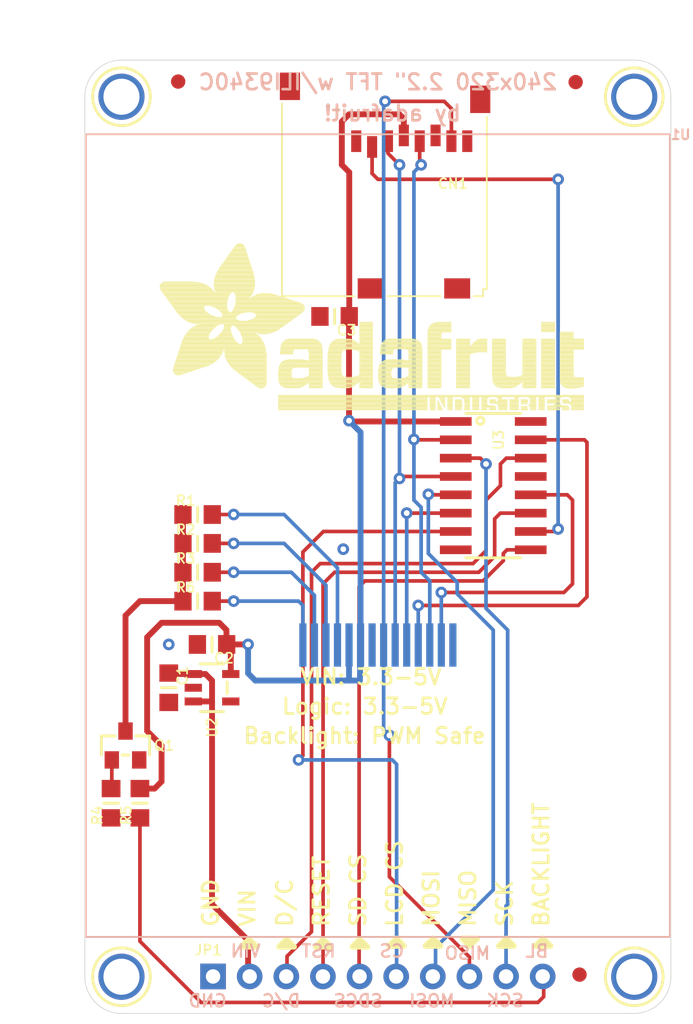
<source format=kicad_pcb>
(kicad_pcb (version 20211014) (generator pcbnew)
  (layers (0 "F.Cu" signal) (31 "B.Cu" signal) (34 "B.Paste" user) (35 "F.Paste" user) (36 "B.SilkS" user "B.Silkscreen") (37 "F.SilkS" user "F.Silkscreen") (38 "B.Mask" user) (39 "F.Mask" user) (44 "Edge.Cuts" user))
  (net 0 "")
  (net 1 "N$1")
  (net 2 "N$2")
  (net 3 "N$3")
  (net 4 "GND")
  (net 5 "3.3V")
  (net 6 "VIN")
  (net 7 "RESET_3V")
  (net 8 "SCLK_3V")
  (net 9 "MOSI_3V")
  (net 10 "LCDCS_3V")
  (net 11 "MISO")
  (net 12 "SDCS_3V")
  (net 13 "SCLK_5V")
  (net 14 "MOSI_5V")
  (net 15 "LCDCS_5V")
  (net 16 "SDCS_5V")
  (net 17 "RESET_5V")
  (net 18 "LEDK")
  (net 19 "BACKLIGHT")
  (net 20 "N$4")
  (net 21 "DC_5V")
  (net 22 "DC_3V")
  (net 23 "N$5")
  (footprint "boardEagle:_0805MP" (layer "F.Cu") (at 136.0011 105.4636)
    (fp_text reference "R2" (at -1.5875 -0.9525) (layer "F.SilkS") (effects (font (size 0.692831 0.692831) (thickness 0.119969)) (justify left)))
    (fp_text value "10")
    (pad "1" smd rect (at -1.016 0) (size 1.2 1.3) (layers "F.Cu" "F.Paste" "F.Mask") (net 18 "LEDK"))
    (pad "2" smd rect (at 1.016 0) (size 1.2 1.3) (layers "F.Cu" "F.Paste" "F.Mask") (net 2 "N$2"))
  )
  (footprint "boardEagle:SOIC16" (layer "F.Cu") (at 156.5011 101.4636 -90)
    (fp_text reference "U3" (at -3.937 -0.381 90) (layer "F.SilkS") (effects (font (size 0.692831 0.692831) (thickness 0.119969)) (justify right)))
    (fp_text value "74HC4050D")
    (pad "1" smd rect (at -4.445 2.6 270) (size 0.6 2.2) (layers "F.Cu" "F.Paste" "F.Mask") (net 5 "3.3V"))
    (pad "2" smd rect (at -3.175 2.6 270) (size 0.6 2.2) (layers "F.Cu" "F.Paste" "F.Mask") (net 8 "SCLK_3V"))
    (pad "3" smd rect (at -1.905 2.6 270) (size 0.6 2.2) (layers "F.Cu" "F.Paste" "F.Mask") (net 13 "SCLK_5V"))
    (pad "4" smd rect (at -0.635 2.6 270) (size 0.6 2.2) (layers "F.Cu" "F.Paste" "F.Mask") (net 9 "MOSI_3V"))
    (pad "5" smd rect (at 0.635 2.6 270) (size 0.6 2.2) (layers "F.Cu" "F.Paste" "F.Mask") (net 14 "MOSI_5V"))
    (pad "6" smd rect (at 1.905 2.6 270) (size 0.6 2.2) (layers "F.Cu" "F.Paste" "F.Mask") (net 10 "LCDCS_3V"))
    (pad "7" smd rect (at 3.175 2.6 270) (size 0.6 2.2) (layers "F.Cu" "F.Paste" "F.Mask") (net 15 "LCDCS_5V"))
    (pad "8" smd rect (at 4.445 2.6 270) (size 0.6 2.2) (layers "F.Cu" "F.Paste" "F.Mask") (net 4 "GND"))
    (pad "9" smd rect (at 4.445 -2.6 270) (size 0.6 2.2) (layers "F.Cu" "F.Paste" "F.Mask") (net 16 "SDCS_5V"))
    (pad "10" smd rect (at 3.175 -2.6 270) (size 0.6 2.2) (layers "F.Cu" "F.Paste" "F.Mask") (net 12 "SDCS_3V"))
    (pad "11" smd rect (at 1.905 -2.6 270) (size 0.6 2.2) (layers "F.Cu" "F.Paste" "F.Mask") (net 17 "RESET_5V"))
    (pad "12" smd rect (at 0.635 -2.6 270) (size 0.6 2.2) (layers "F.Cu" "F.Paste" "F.Mask") (net 7 "RESET_3V"))
    (pad "13" smd rect (at -0.635 -2.6 270) (size 0.6 2.2) (layers "F.Cu" "F.Paste" "F.Mask"))
    (pad "14" smd rect (at -1.905 -2.6 270) (size 0.6 2.2) (layers "F.Cu" "F.Paste" "F.Mask") (net 21 "DC_5V"))
    (pad "15" smd rect (at -3.175 -2.6 270) (size 0.6 2.2) (layers "F.Cu" "F.Paste" "F.Mask") (net 22 "DC_3V"))
    (pad "16" smd rect (at -4.445 -2.6 270) (size 0.6 2.2) (layers "F.Cu" "F.Paste" "F.Mask"))
  )
  (footprint "boardEagle:_0805MP" (layer "F.Cu") (at 136.0011 107.4636)
    (fp_text reference "R3" (at -1.5875 -0.9525) (layer "F.SilkS") (effects (font (size 0.692831 0.692831) (thickness 0.119969)) (justify left)))
    (fp_text value "10")
    (pad "1" smd rect (at -1.016 0) (size 1.2 1.3) (layers "F.Cu" "F.Paste" "F.Mask") (net 18 "LEDK"))
    (pad "2" smd rect (at 1.016 0) (size 1.2 1.3) (layers "F.Cu" "F.Paste" "F.Mask") (net 3 "N$3"))
  )
  (footprint "boardEagle:MOUNTINGHOLE_2.5_PLATED" (layer "F.Cu") (at 130.7211 135.4836)
    (fp_text reference "U$2" hide)
    (fp_text value "MOUNTINGHOLE2.5" hide)
    (pad "P$1" thru_hole circle (at 0 0) (size 3.2 3.2) (drill 2.5) (layers *.Cu *.Mask))
  )
  (footprint "boardEagle:SOT23-WIDE" (layer "F.Cu") (at 131.0011 119.4636)
    (fp_text reference "Q1" (at 1.905 0) (layer "F.SilkS") (effects (font (size 0.692831 0.692831) (thickness 0.119969)) (justify left)))
    (fp_text value "2N2222")
    (pad "1" smd rect (at -0.95 1) (size 1 1.2) (layers "F.Cu" "F.Paste" "F.Mask") (net 20 "N$4"))
    (pad "2" smd rect (at 0.95 1) (size 1 1.2) (layers "F.Cu" "F.Paste" "F.Mask") (net 4 "GND"))
    (pad "3" smd rect (at 0 -1) (size 1 1.2) (layers "F.Cu" "F.Paste" "F.Mask") (net 18 "LEDK"))
  )
  (footprint "boardEagle:FIDUCIAL_1MM" (layer "F.Cu") (at 134.6521 73.4716)
    (fp_text reference "FID2" hide)
    (fp_text value "FIDUCIAL\"\"" hide)
    (pad "1" smd roundrect (at 0 0) (size 1 1) (layers "F.Cu" "F.Mask") (roundrect_rratio 0.5))
  )
  (footprint "boardEagle:_0805MP" (layer "F.Cu") (at 145.5011 89.7416 180)
    (fp_text reference "C3" (at -1.5875 -0.9525) (layer "F.SilkS") (effects (font (size 0.692831 0.692831) (thickness 0.119969)) (justify right)))
    (fp_text value "10uF")
    (pad "1" smd rect (at -1.016 0 180) (size 1.2 1.3) (layers "F.Cu" "F.Paste" "F.Mask") (net 5 "3.3V"))
    (pad "2" smd rect (at 1.016 0 180) (size 1.2 1.3) (layers "F.Cu" "F.Paste" "F.Mask") (net 4 "GND"))
  )
  (footprint "boardEagle:MICROSD" (layer "F.Cu") (at 156.0011 88.2416 180)
    (fp_text reference "CN1" (at 1.18 7.69) (layer "F.SilkS") (effects (font (size 0.692831 0.692831) (thickness 0.119969)) (justify right)))
    (fp_text value "")
    (pad "1" smd rect (at 9 10.64 180) (size 0.7 1.5) (layers "F.Cu" "F.Paste" "F.Mask"))
    (pad "2" smd rect (at 7.9 10.24 180) (size 0.7 1.5) (layers "F.Cu" "F.Paste" "F.Mask") (net 12 "SDCS_3V"))
    (pad "3" smd rect (at 6.8 10.64 180) (size 0.7 1.5) (layers "F.Cu" "F.Paste" "F.Mask") (net 9 "MOSI_3V"))
    (pad "4" smd rect (at 5.7 11.04 180) (size 0.7 1.5) (layers "F.Cu" "F.Paste" "F.Mask") (net 5 "3.3V"))
    (pad "5" smd rect (at 4.6 10.64 180) (size 0.7 1.5) (layers "F.Cu" "F.Paste" "F.Mask") (net 8 "SCLK_3V"))
    (pad "6" smd rect (at 3.5 11.04 180) (size 0.7 1.5) (layers "F.Cu" "F.Paste" "F.Mask") (net 4 "GND"))
    (pad "7" smd rect (at 2.4 10.64 180) (size 0.7 1.5) (layers "F.Cu" "F.Paste" "F.Mask") (net 11 "MISO"))
    (pad "8" smd rect (at 1.3 10.64 180) (size 0.7 1.5) (layers "F.Cu" "F.Paste" "F.Mask"))
    (pad "CD1" smd rect (at 2 0.44 270) (size 1.4 1.8) (layers "F.Cu" "F.Paste" "F.Mask"))
    (pad "CD2" smd rect (at 8 0.44 270) (size 1.4 1.8) (layers "F.Cu" "F.Paste" "F.Mask"))
    (pad "MT1" smd rect (at 0.4 13.54 180) (size 1.4 1.9) (layers "F.Cu" "F.Paste" "F.Mask") (net 4 "GND"))
    (pad "MT2" smd rect (at 13.6 14.44 180) (size 1.4 1.9) (layers "F.Cu" "F.Paste" "F.Mask") (net 4 "GND"))
  )
  (footprint "boardEagle:_0805MP" (layer "F.Cu") (at 136.0011 103.4636)
    (fp_text reference "R1" (at -1.5875 -0.9525) (layer "F.SilkS") (effects (font (size 0.692831 0.692831) (thickness 0.119969)) (justify left)))
    (fp_text value "10")
    (pad "1" smd rect (at -1.016 0) (size 1.2 1.3) (layers "F.Cu" "F.Paste" "F.Mask") (net 18 "LEDK"))
    (pad "2" smd rect (at 1.016 0) (size 1.2 1.3) (layers "F.Cu" "F.Paste" "F.Mask") (net 1 "N$1"))
  )
  (footprint "boardEagle:_0805MP" (layer "F.Cu") (at 132.0011 123.4636 90)
    (fp_text reference "R5" (at -1.5875 -0.9525 90) (layer "F.SilkS") (effects (font (size 0.692831 0.692831) (thickness 0.119969)) (justify left)))
    (fp_text value "10K")
    (pad "1" smd rect (at -1.016 0 90) (size 1.2 1.3) (layers "F.Cu" "F.Paste" "F.Mask") (net 19 "BACKLIGHT"))
    (pad "2" smd rect (at 1.016 0 90) (size 1.2 1.3) (layers "F.Cu" "F.Paste" "F.Mask") (net 5 "3.3V"))
  )
  (footprint "boardEagle:_0805MP" (layer "F.Cu") (at 136.0011 109.4636)
    (fp_text reference "R6" (at -1.5875 -0.9525) (layer "F.SilkS") (effects (font (size 0.692831 0.692831) (thickness 0.119969)) (justify left)))
    (fp_text value "10")
    (pad "1" smd rect (at -1.016 0) (size 1.2 1.3) (layers "F.Cu" "F.Paste" "F.Mask") (net 18 "LEDK"))
    (pad "2" smd rect (at 1.016 0) (size 1.2 1.3) (layers "F.Cu" "F.Paste" "F.Mask") (net 23 "N$5"))
  )
  (footprint "boardEagle:_0805MP" (layer "F.Cu") (at 134.0011 115.4636 -90)
    (fp_text reference "C1" (at -1.5875 -0.9525 90) (layer "F.SilkS") (effects (font (size 0.692831 0.692831) (thickness 0.119969)) (justify right)))
    (fp_text value "10uF")
    (pad "1" smd rect (at -1.016 0 270) (size 1.2 1.3) (layers "F.Cu" "F.Paste" "F.Mask") (net 6 "VIN"))
    (pad "2" smd rect (at 1.016 0 270) (size 1.2 1.3) (layers "F.Cu" "F.Paste" "F.Mask") (net 4 "GND"))
  )
  (footprint "boardEagle:1X10_ROUND70" (layer "F.Cu") (at 148.5011 135.4636)
    (fp_text reference "JP1" (at -12.7762 -1.8288) (layer "F.SilkS") (effects (font (size 0.692831 0.692831) (thickness 0.119969)) (justify left)))
    (fp_text value "")
    (pad "1" thru_hole rect (at -11.43 0 90) (size 1.778 1.778) (drill 1) (layers *.Cu *.Mask) (net 4 "GND"))
    (pad "2" thru_hole circle (at -8.89 0 90) (size 1.778 1.778) (drill 1) (layers *.Cu *.Mask) (net 6 "VIN"))
    (pad "3" thru_hole circle (at -6.35 0 90) (size 1.778 1.778) (drill 1) (layers *.Cu *.Mask) (net 21 "DC_5V"))
    (pad "4" thru_hole circle (at -3.81 0 90) (size 1.778 1.778) (drill 1) (layers *.Cu *.Mask) (net 17 "RESET_5V"))
    (pad "5" thru_hole circle (at -1.27 0 90) (size 1.778 1.778) (drill 1) (layers *.Cu *.Mask) (net 16 "SDCS_5V"))
    (pad "6" thru_hole circle (at 1.27 0 90) (size 1.778 1.778) (drill 1) (layers *.Cu *.Mask) (net 15 "LCDCS_5V"))
    (pad "7" thru_hole circle (at 3.81 0 90) (size 1.778 1.778) (drill 1) (layers *.Cu *.Mask) (net 14 "MOSI_5V"))
    (pad "8" thru_hole circle (at 6.35 0 90) (size 1.778 1.778) (drill 1) (layers *.Cu *.Mask) (net 11 "MISO"))
    (pad "9" thru_hole circle (at 8.89 0 90) (size 1.778 1.778) (drill 1) (layers *.Cu *.Mask) (net 13 "SCLK_5V"))
    (pad "10" thru_hole circle (at 11.43 0 90) (size 1.778 1.778) (drill 1) (layers *.Cu *.Mask) (net 19 "BACKLIGHT"))
  )
  (footprint "boardEagle:ADAFRUIT_TEXT_30MM" (layer "F.Cu") (at 133.1361 96.2256)
    (fp_text reference "U$20" hide)
    (fp_text value "" hide)
  )
  (footprint "boardEagle:MOUNTINGHOLE_2.5_PLATED" (layer "F.Cu") (at 130.7211 74.5236)
    (fp_text reference "U$4" hide)
    (fp_text value "MOUNTINGHOLE2.5" hide)
    (pad "P$1" thru_hole circle (at 0 0) (size 3.2 3.2) (drill 2.5) (layers *.Cu *.Mask))
  )
  (footprint "boardEagle:_0805MP" (layer "F.Cu") (at 130.0011 123.4636 90)
    (fp_text reference "R4" (at -1.5875 -0.9525 90) (layer "F.SilkS") (effects (font (size 0.692831 0.692831) (thickness 0.119969)) (justify left)))
    (fp_text value "1K")
    (pad "1" smd rect (at -1.016 0 90) (size 1.2 1.3) (layers "F.Cu" "F.Paste" "F.Mask") (net 19 "BACKLIGHT"))
    (pad "2" smd rect (at 1.016 0 90) (size 1.2 1.3) (layers "F.Cu" "F.Paste" "F.Mask") (net 20 "N$4"))
  )
  (footprint "boardEagle:MOUNTINGHOLE_2.5_PLATED" (layer "F.Cu") (at 166.2811 74.5236)
    (fp_text reference "U$3" hide)
    (fp_text value "MOUNTINGHOLE2.5" hide)
    (pad "P$1" thru_hole circle (at 0 0) (size 3.2 3.2) (drill 2.5) (layers *.Cu *.Mask))
  )
  (footprint "boardEagle:_0805MP" (layer "F.Cu") (at 137.0011 112.4636 180)
    (fp_text reference "C2" (at -1.5875 -0.9525) (layer "F.SilkS") (effects (font (size 0.692831 0.692831) (thickness 0.119969)) (justify right)))
    (fp_text value "10uF")
    (pad "1" smd rect (at -1.016 0 180) (size 1.2 1.3) (layers "F.Cu" "F.Paste" "F.Mask") (net 5 "3.3V"))
    (pad "2" smd rect (at 1.016 0 180) (size 1.2 1.3) (layers "F.Cu" "F.Paste" "F.Mask") (net 4 "GND"))
  )
  (footprint "boardEagle:SOT23-5" (layer "F.Cu") (at 137.0011 115.4636 -90)
    (fp_text reference "U2" (at 1.978 0 90) (layer "F.SilkS") (effects (font (size 0.692831 0.692831) (thickness 0.119969)) (justify right)))
    (fp_text value "RT9193-3.3")
    (pad "1" smd rect (at -0.95 1.3001 270) (size 0.55 1.2) (layers "F.Cu" "F.Paste" "F.Mask") (net 6 "VIN"))
    (pad "2" smd rect (at 0 1.3001 270) (size 0.55 1.2) (layers "F.Cu" "F.Paste" "F.Mask") (net 4 "GND"))
    (pad "3" smd rect (at 0.95 1.3001 270) (size 0.55 1.2) (layers "F.Cu" "F.Paste" "F.Mask") (net 6 "VIN"))
    (pad "4" smd rect (at 0.95 -1.3001 270) (size 0.55 1.2) (layers "F.Cu" "F.Paste" "F.Mask"))
    (pad "5" smd rect (at -0.95 -1.3001 270) (size 0.55 1.2) (layers "F.Cu" "F.Paste" "F.Mask") (net 5 "3.3V"))
  )
  (footprint "boardEagle:FIDUCIAL_1MM" (layer "F.Cu") (at 162.4851 135.3366)
    (fp_text reference "FID1" hide)
    (fp_text value "FIDUCIAL\"\"" hide)
    (pad "1" smd roundrect (at 0 0) (size 1 1) (layers "F.Cu" "F.Mask") (roundrect_rratio 0.5))
  )
  (footprint "boardEagle:MOUNTINGHOLE_2.5_PLATED" (layer "F.Cu") (at 166.2811 135.4836)
    (fp_text reference "U$5" hide)
    (fp_text value "MOUNTINGHOLE2.5" hide)
    (pad "P$1" thru_hole circle (at 0 0) (size 3.2 3.2) (drill 2.5) (layers *.Cu *.Mask))
  )
  (footprint "boardEagle:FIDUCIAL_1MM" (layer "F.Cu") (at 162.2171 73.5076)
    (fp_text reference "FID3" hide)
    (fp_text value "FIDUCIAL\"\"" hide)
    (pad "1" smd roundrect (at 0 0) (size 1 1) (layers "F.Cu" "F.Mask") (roundrect_rratio 0.5))
  )
  (footprint "boardEagle:TM022HDH26_2.2IN_LCD" (layer "B.Cu") (at 148.5011 102.8446 180)
    (fp_text reference "U1" (at -20.233 26.081) (layer "B.SilkS") (effects (font (size 0.666496 0.666496) (thickness 0.146304)) (justify right top mirror)))
    (fp_text value "")
    (pad "" np_thru_hole circle (at -6.65 -10.01 180) (size 1 1) (drill 1) (layers *.Cu *.Mask))
    (pad "" np_thru_hole circle (at 18.5 -26.58 180) (size 1 1) (drill 1) (layers *.Cu *.Mask))
    (pad "" np_thru_hole circle (at -18.5 19.92 180) (size 1 1) (drill 1) (layers *.Cu *.Mask))
    (pad "" np_thru_hole circle (at 18.5 19.92 180) (size 1 1) (drill 1) (layers *.Cu *.Mask))
    (pad "" np_thru_hole circle (at 6.65 -10.01 180) (size 1 1) (drill 1) (layers *.Cu *.Mask))
    (pad "" np_thru_hole circle (at -18.5 -26.58 180) (size 1 1) (drill 1) (layers *.Cu *.Mask))
    (pad "1" smd rect (at -5.2 -9.66 180) (size 0.5 3) (layers "B.Cu" "B.Paste" "B.Mask") (net 4 "GND"))
    (pad "2" smd rect (at -4.4 -9.66 180) (size 0.5 3) (layers "B.Cu" "B.Paste" "B.Mask") (net 7 "RESET_3V"))
    (pad "3" smd rect (at -3.6 -9.66 180) (size 0.5 3) (layers "B.Cu" "B.Paste" "B.Mask") (net 8 "SCLK_3V"))
    (pad "4" smd rect (at -2.8 -9.66 180) (size 0.5 3) (layers "B.Cu" "B.Paste" "B.Mask") (net 22 "DC_3V"))
    (pad "5" smd rect (at -2 -9.66 180) (size 0.5 3) (layers "B.Cu" "B.Paste" "B.Mask") (net 10 "LCDCS_3V"))
    (pad "6" smd rect (at -1.2 -9.66 180) (size 0.5 3) (layers "B.Cu" "B.Paste" "B.Mask") (net 9 "MOSI_3V"))
    (pad "7" smd rect (at -0.4 -9.66 180) (size 0.5 3) (layers "B.Cu" "B.Paste" "B.Mask") (net 11 "MISO"))
    (pad "8" smd rect (at 0.4 -9.66 180) (size 0.5 3) (layers "B.Cu" "B.Paste" "B.Mask") (net 4 "GND"))
    (pad "9" smd rect (at 1.2 -9.66 180) (size 0.5 3) (layers "B.Cu" "B.Paste" "B.Mask") (net 5 "3.3V"))
    (pad "10" smd rect (at 2 -9.66 180) (size 0.5 3) (layers "B.Cu" "B.Paste" "B.Mask") (net 5 "3.3V"))
    (pad "11" smd rect (at 2.8 -9.66 180) (size 0.5 3) (layers "B.Cu" "B.Paste" "B.Mask") (net 1 "N$1"))
    (pad "12" smd rect (at 3.6 -9.66 180) (size 0.5 3) (layers "B.Cu" "B.Paste" "B.Mask") (net 2 "N$2"))
    (pad "13" smd rect (at 4.4 -9.66 180) (size 0.5 3) (layers "B.Cu" "B.Paste" "B.Mask") (net 3 "N$3"))
    (pad "14" smd rect (at 5.2 -9.66 180) (size 0.5 3) (layers "B.Cu" "B.Paste" "B.Mask") (net 23 "N$5"))
  )
  (gr_line (start 149.7911 132.8376) (end 149.2831 133.3456) (layer "F.SilkS") (width 0.4064))
  (gr_line (start 140.0791 133.3996) (end 139.5711 132.8916) (layer "F.SilkS") (width 0.4064))
  (gr_line (start 144.7111 132.8916) (end 144.2031 133.3996) (layer "F.SilkS") (width 0.4064))
  (gr_line (start 139.5711 132.8916) (end 139.0631 133.3996) (layer "F.SilkS") (width 0.4064))
  (gr_line (start 150.2991 133.3456) (end 149.7911 132.8376) (layer "F.SilkS") (width 0.4064))
  (gr_line (start 151.8231 133.3456) (end 152.8391 133.3456) (layer "F.SilkS") (width 0.4064))
  (gr_line (start 160.4591 133.3456) (end 159.9511 132.8376) (layer "F.SilkS") (width 0.4064))
  (gr_line (start 144.2031 133.3996) (end 145.2191 133.3996) (layer "F.SilkS") (width 0.4064))
  (gr_line (start 155.3791 132.8376) (end 154.3631 132.8376) (layer "F.SilkS") (width 0.4064))
  (gr_line (start 145.2191 133.3996) (end 144.7111 132.8916) (layer "F.SilkS") (width 0.4064))
  (gr_line (start 154.3631 132.8376) (end 154.8711 133.3456) (layer "F.SilkS") (width 0.4064))
  (gr_line (start 152.8391 133.3456) (end 152.3311 132.8376) (layer "F.SilkS") (width 0.4064))
  (gr_line (start 149.2831 133.3456) (end 150.2991 133.3456) (layer "F.SilkS") (width 0.4064))
  (gr_line (start 157.4111 132.8376) (end 156.9031 133.3456) (layer "F.SilkS") (width 0.4064))
  (gr_line (start 139.0631 133.3996) (end 140.0791 133.3996) (layer "F.SilkS") (width 0.4064))
  (gr_line (start 147.7591 133.3996) (end 147.2511 132.8916) (layer "F.SilkS") (width 0.4064))
  (gr_line (start 157.9191 133.3456) (end 157.4111 132.8376) (layer "F.SilkS") (width 0.4064))
  (gr_line (start 154.8711 133.3456) (end 155.3791 132.8376) (layer "F.SilkS") (width 0.4064))
  (gr_line (start 159.4431 133.3456) (end 160.4591 133.3456) (layer "F.SilkS") (width 0.4064))
  (gr_line (start 156.9031 133.3456) (end 157.9191 133.3456) (layer "F.SilkS") (width 0.4064))
  (gr_line (start 146.7431 133.3996) (end 147.7591 133.3996) (layer "F.SilkS") (width 0.4064))
  (gr_line (start 152.3311 132.8376) (end 151.8231 133.3456) (layer "F.SilkS") (width 0.4064))
  (gr_line (start 159.9511 132.8376) (end 159.4431 133.3456) (layer "F.SilkS") (width 0.4064))
  (gr_line (start 141.6631 133.3996) (end 142.6791 133.3996) (layer "F.SilkS") (width 0.4064))
  (gr_line (start 142.6791 133.3996) (end 142.1711 132.8916) (layer "F.SilkS") (width 0.4064))
  (gr_line (start 147.2511 132.8916) (end 146.7431 133.3996) (layer "F.SilkS") (width 0.4064))
  (gr_line (start 142.1711 132.8916) (end 141.6631 133.3996) (layer "F.SilkS") (width 0.4064))
  (gr_line (start 166.2811 71.9836) (end 130.7211 71.9836) (layer "Edge.Cuts") (width 0.05))
  (gr_arc (start 168.8211 135.4836) (mid 168.077151 137.279651) (end 166.2811 138.0236) (layer "Edge.Cuts") (width 0.05))
  (gr_arc (start 130.7211 138.0236) (mid 128.925049 137.279651) (end 128.1811 135.4836) (layer "Edge.Cuts") (width 0.05))
  (gr_arc (start 166.2811 71.9836) (mid 168.077151 72.727549) (end 168.8211 74.5236) (layer "Edge.Cuts") (width 0.05))
  (gr_line (start 168.8211 135.4836) (end 168.8211 74.5236) (layer "Edge.Cuts") (width 0.05))
  (gr_line (start 128.1811 74.5236) (end 128.1811 135.4836) (layer "Edge.Cuts") (width 0.05))
  (gr_line (start 130.7211 138.0236) (end 166.2811 138.0236) (layer "Edge.Cuts") (width 0.05))
  (gr_arc (start 128.1811 74.5236) (mid 128.925049 72.727549) (end 130.7211 71.9836) (layer "Edge.Cuts") (width 0.05))
  (gr_text "SCK" (at 158.7071 137.6386) (layer "B.SilkS") (effects (font (size 0.8636 0.8636) (thickness 0.1524)) (justify left bottom mirror)))
  (gr_text "240x320 2.2\" TFT w/ILI9340C" (at 148.5011 73.5076) (layer "B.SilkS") (effects (font (size 1.0795 1.0795) (thickness 0.1905)) (justify mirror)))
  (gr_text "VIN" (at 140.4591 134.2096) (layer "B.SilkS") (effects (font (size 0.8636 0.8636) (thickness 0.1524)) (justify left bottom mirror)))
  (gr_text "RST" (at 145.6591 134.2096) (layer "B.SilkS") (effects (font (size 0.8636 0.8636) (thickness 0.1524)) (justify left bottom mirror)))
  (gr_text "CS" (at 150.4131 134.2096) (layer "B.SilkS") (effects (font (size 0.8636 0.8636) (thickness 0.1524)) (justify left bottom mirror)))
  (gr_text "SDCS" (at 148.9131 137.6596) (layer "B.SilkS") (effects (font (size 0.8636 0.8636) (thickness 0.1524)) (justify left bottom mirror)))
  (gr_text "BL" (at 160.4131 134.2096) (layer "B.SilkS") (effects (font (size 0.8636 0.8636) (thickness 0.1524)) (justify left bottom mirror)))
  (gr_text "by adafruit!" (at 149.5171 75.6666) (layer "B.SilkS") (effects (font (size 1.0795 1.0795) (thickness 0.1905)) (justify mirror)))
  (gr_text "GND" (at 138.1131 137.6596) (layer "B.SilkS") (effects (font (size 0.8636 0.8636) (thickness 0.1524)) (justify left bottom mirror)))
  (gr_text "D/C" (at 143.2131 137.6596) (layer "B.SilkS") (effects (font (size 0.8636 0.8636) (thickness 0.1524)) (justify left bottom mirror)))
  (gr_text "MOSI" (at 153.9131 137.6596) (layer "B.SilkS") (effects (font (size 0.8636 0.8636) (thickness 0.1524)) (justify left bottom mirror)))
  (gr_text "MISO" (at 156.3731 134.3576) (layer "B.SilkS") (effects (font (size 0.8636 0.8636) (thickness 0.1524)) (justify left bottom mirror)))
  (gr_text "MISO" (at 155.3791 132.1296 90) (layer "F.SilkS") (effects (font (size 1.0795 1.0795) (thickness 0.1905)) (justify left bottom)))
  (gr_text "SCK" (at 157.9191 132.1296 90) (layer "F.SilkS") (effects (font (size 1.0795 1.0795) (thickness 0.1905)) (justify left bottom)))
  (gr_text "D/C" (at 142.6791 132.1296 90) (layer "F.SilkS") (effects (font (size 1.0795 1.0795) (thickness 0.1905)) (justify left bottom)))
  (gr_text "MOSI" (at 152.8391 132.1296 90) (layer "F.SilkS") (effects (font (size 1.0795 1.0795) (thickness 0.1905)) (justify left bottom)))
  (gr_text "GND" (at 137.5391 132.1296 90) (layer "F.SilkS") (effects (font (size 1.0795 1.0795) (thickness 0.1905)) (justify left bottom)))
  (gr_text "Backlight: PWM Safe" (at 139.0741 119.4216) (layer "F.SilkS") (effects (font (size 1.0795 1.0795) (thickness 0.1905)) (justify left bottom)))
  (gr_text "BACKLIGHT" (at 160.4591 132.1296 90) (layer "F.SilkS") (effects (font (size 1.0795 1.0795) (thickness 0.1905)) (justify left bottom)))
  (gr_text "LCD CS" (at 150.2991 132.1296 90) (layer "F.SilkS") (effects (font (size 1.0795 1.0795) (thickness 0.1905)) (justify left bottom)))
  (gr_text "SD CS" (at 147.7591 132.1296 90) (layer "F.SilkS") (effects (font (size 1.0795 1.0795) (thickness 0.1905)) (justify left bottom)))
  (gr_text "VIN: 3.3-5V" (at 143.0111 115.3576) (layer "F.SilkS") (effects (font (size 1.0795 1.0795) (thickness 0.1905)) (justify left bottom)))
  (gr_text "RESET" (at 145.2191 132.1296 90) (layer "F.SilkS") (effects (font (size 1.0795 1.0795) (thickness 0.1905)) (justify left bottom)))
  (gr_text "VIN" (at 140.0791 132.1296 90) (layer "F.SilkS") (effects (font (size 1.0795 1.0795) (thickness 0.1905)) (justify left bottom)))
  (gr_text "Logic: 3.3-5V" (at 141.7411 117.3896) (layer "F.SilkS") (effects (font (size 1.0795 1.0795) (thickness 0.1905)) (justify left bottom)))
  (segment (start 138.5011 103.4636) (end 137.0171 103.4636) (width 0.254) (layer "F.Cu") (net 1))
  (via (at 138.5011 103.4636) (size 0.8064) (drill 0.4) (layers "F.Cu" "B.Cu") (net 1))
  (segment (start 145.7011 112.5046) (end 145.7011 107.1636) (width 0.254) (layer "B.Cu") (net 1))
  (segment (start 142.0011 103.4636) (end 138.5011 103.4636) (width 0.254) (layer "B.Cu") (net 1))
  (segment (start 145.7011 107.1636) (end 142.0011 103.4636) (width 0.254) (layer "B.Cu") (net 1))
  (segment (start 138.5011 105.4636) (end 137.0171 105.4636) (width 0.254) (layer "F.Cu") (net 2))
  (via (at 138.5011 105.4636) (size 0.8064) (drill 0.4) (layers "F.Cu" "B.Cu") (net 2))
  (segment (start 142.0011 105.4636) (end 138.5011 105.4636) (width 0.254) (layer "B.Cu") (net 2))
  (segment (start 144.9011 108.3636) (end 142.0011 105.4636) (width 0.254) (layer "B.Cu") (net 2))
  (segment (start 144.9011 112.5046) (end 144.9011 108.3636) (width 0.254) (layer "B.Cu") (net 2))
  (segment (start 138.5011 107.4636) (end 137.0171 107.4636) (width 0.254) (layer "F.Cu") (net 3))
  (via (at 138.5011 107.4636) (size 0.8064) (drill 0.4) (layers "F.Cu" "B.Cu") (net 3))
  (segment (start 142.5011 107.4636) (end 138.5011 107.4636) (width 0.254) (layer "B.Cu") (net 3))
  (segment (start 144.1011 109.0636) (end 142.5011 107.4636) (width 0.254) (layer "B.Cu") (net 3))
  (segment (start 144.1011 112.5046) (end 144.1011 109.0636) (width 0.254) (layer "B.Cu") (net 3))
  (via (at 146.1011 105.8636) (size 0.8064) (drill 0.4) (layers "F.Cu" "B.Cu") (net 4))
  (via (at 134.0011 112.4636) (size 0.8064) (drill 0.4) (layers "F.Cu" "B.Cu") (net 4))
  (segment (start 146.5561 97.0186) (end 146.5011 96.9636) (width 0.4064) (layer "F.Cu") (net 5))
  (segment (start 132.5011 118.4636) (end 132.5011 111.9636) (width 0.4064) (layer "F.Cu") (net 5))
  (segment (start 150.3011 77.2016) (end 150.3011 76.0416) (width 0.4064) (layer "F.Cu") (net 5))
  (segment (start 153.9011 97.0186) (end 146.5561 97.0186) (width 0.4064) (layer "F.Cu") (net 5))
  (segment (start 132.5011 111.9636) (end 133.5011 110.9636) (width 0.4064) (layer "F.Cu") (net 5))
  (segment (start 146.0011 76.2416) (end 146.5011 75.7416) (width 0.4064) (layer "F.Cu") (net 5))
  (segment (start 146.5011 96.9636) (end 146.5011 89.7576) (width 0.4064) (layer "F.Cu") (net 5))
  (segment (start 133.0171 122.4476) (end 133.5011 121.9636) (width 0.4064) (layer "F.Cu") (net 5))
  (segment (start 146.5171 89.7416) (end 146.5171 79.7576) (width 0.4064) (layer "F.Cu") (net 5))
  (segment (start 138.0011 111.4636) (end 138.0011 112.4476) (width 0.4064) (layer "F.Cu") (net 5))
  (segment (start 133.5011 110.9636) (end 137.5011 110.9636) (width 0.4064) (layer "F.Cu") (net 5))
  (segment (start 133.5011 119.4636) (end 132.5011 118.4636) (width 0.4064) (layer "F.Cu") (net 5))
  (segment (start 137.5011 110.9636) (end 138.0011 111.4636) (width 0.4064) (layer "F.Cu") (net 5))
  (segment (start 150.3011 76.0416) (end 150.0011 75.7416) (width 0.4064) (layer "F.Cu") (net 5))
  (segment (start 138.3012 112.7477) (end 138.0171 112.4636) (width 0.4064) (layer "F.Cu") (net 5))
  (segment (start 146.5171 79.7576) (end 146.0011 79.2416) (width 0.4064) (layer "F.Cu") (net 5))
  (segment (start 146.5011 75.7416) (end 150.0011 75.7416) (width 0.4064) (layer "F.Cu") (net 5))
  (segment (start 133.5011 121.9636) (end 133.5011 119.4636) (width 0.4064) (layer "F.Cu") (net 5))
  (segment (start 146.5011 89.7576) (end 146.5171 89.7416) (width 0.4064) (layer "F.Cu") (net 5))
  (segment (start 138.3012 114.5136) (end 138.3012 112.7477) (width 0.4064) (layer "F.Cu") (net 5))
  (segment (start 138.0011 112.4476) (end 138.0171 112.4636) (width 0.4064) (layer "F.Cu") (net 5))
  (segment (start 146.0011 79.2416) (end 146.0011 76.2416) (width 0.4064) (layer "F.Cu") (net 5))
  (segment (start 139.5011 112.4636) (end 138.0171 112.4636) (width 0.4064) (layer "F.Cu") (net 5))
  (segment (start 132.0011 122.4476) (end 133.0171 122.4476) (width 0.4064) (layer "F.Cu") (net 5))
  (via (at 139.5011 112.4636) (size 0.8064) (drill 0.4) (layers "F.Cu" "B.Cu") (net 5))
  (via (at 146.5011 96.9636) (size 0.8064) (drill 0.4) (layers "F.Cu" "B.Cu") (net 5))
  (segment (start 146.5011 112.5046) (end 146.5011 114.9636) (width 0.4064) (layer "B.Cu") (net 5))
  (segment (start 147.2551 114.9636) (end 146.5011 114.9636) (width 0.4064) (layer "B.Cu") (net 5))
  (segment (start 147.3011 112.5046) (end 147.3011 97.7636) (width 0.4064) (layer "B.Cu") (net 5))
  (segment (start 139.5011 114.4636) (end 139.5011 112.4636) (width 0.4064) (layer "B.Cu") (net 5))
  (segment (start 147.3011 97.7636) (end 146.5011 96.9636) (width 0.4064) (layer "B.Cu") (net 5))
  (segment (start 147.3011 112.5046) (end 147.2551 114.9636) (width 0.4064) (layer "B.Cu") (net 5))
  (segment (start 140.0011 114.9636) (end 139.5011 114.4636) (width 0.4064) (layer "B.Cu") (net 5))
  (segment (start 146.5011 114.9636) (end 140.0011 114.9636) (width 0.4064) (layer "B.Cu") (net 5))
  (segment (start 135.701 114.5136) (end 136.5511 114.5136) (width 0.4064) (layer "F.Cu") (net 6))
  (segment (start 134.0671 114.5136) (end 134.0011 114.4476) (width 0.4064) (layer "F.Cu") (net 6))
  (segment (start 135.701 116.4136) (end 136.9511 116.4136) (width 0.4064) (layer "F.Cu") (net 6))
  (segment (start 135.701 114.5136) (end 134.0671 114.5136) (width 0.4064) (layer "F.Cu") (net 6))
  (segment (start 139.5011 132.9636) (end 139.5011 135.3536) (width 0.4064) (layer "F.Cu") (net 6))
  (segment (start 139.5011 135.3536) (end 139.6111 135.4636) (width 0.4064) (layer "F.Cu") (net 6))
  (segment (start 136.9511 116.4136) (end 137.0011 116.4636) (width 0.4064) (layer "F.Cu") (net 6))
  (segment (start 136.5511 114.5136) (end 137.0011 114.9636) (width 0.4064) (layer "F.Cu") (net 6))
  (segment (start 137.0011 114.9636) (end 137.0011 116.4636) (width 0.4064) (layer "F.Cu") (net 6))
  (segment (start 137.0011 130.4636) (end 139.5011 132.9636) (width 0.4064) (layer "F.Cu") (net 6))
  (segment (start 137.0011 116.4636) (end 137.0011 130.4636) (width 0.4064) (layer "F.Cu") (net 6))
  (segment (start 159.1011 102.0986) (end 161.6361 102.0986) (width 0.254) (layer "F.Cu") (net 7))
  (segment (start 161.6361 102.0986) (end 162.0011 102.4636) (width 0.254) (layer "F.Cu") (net 7))
  (segment (start 162.0011 102.4636) (end 162.0011 108.2636) (width 0.254) (layer "F.Cu") (net 7))
  (segment (start 162.0011 108.2636) (end 161.4011 108.8636) (width 0.254) (layer "F.Cu") (net 7))
  (segment (start 152.9011 108.8636) (end 161.4011 108.8636) (width 0.254) (layer "F.Cu") (net 7))
  (via (at 152.9011 108.8636) (size 0.8064) (drill 0.4) (layers "F.Cu" "B.Cu") (net 7))
  (segment (start 152.9011 112.5046) (end 152.9011 108.8636) (width 0.254) (layer "B.Cu") (net 7))
  (segment (start 151.4011 79.1416) (end 151.5011 79.2416) (width 0.254) (layer "F.Cu") (net 8))
  (segment (start 153.9011 98.2886) (end 151.1761 98.2886) (width 0.254) (layer "F.Cu") (net 8))
  (segment (start 151.1761 98.2886) (end 151.0011 98.2636) (width 0.254) (layer "F.Cu") (net 8))
  (segment (start 151.4011 77.6016) (end 151.4011 79.1416) (width 0.254) (layer "F.Cu") (net 8))
  (via (at 151.5011 79.2416) (size 0.8064) (drill 0.4) (layers "F.Cu" "B.Cu") (net 8))
  (via (at 151.0011 98.2636) (size 0.8064) (drill 0.4) (layers "F.Cu" "B.Cu") (net 8))
  (segment (start 151.0011 102.4636) (end 151.0011 98.2636) (width 0.254) (layer "B.Cu") (net 8))
  (segment (start 151.0011 79.7416) (end 151.0011 98.2636) (width 0.254) (layer "B.Cu") (net 8))
  (segment (start 151.5011 79.2416) (end 151.0011 79.7416) (width 0.254) (layer "B.Cu") (net 8))
  (segment (start 151.5011 107.4636) (end 152.1011 108.0636) (width 0.254) (layer "B.Cu") (net 8))
  (segment (start 152.1011 112.5046) (end 152.1011 108.0636) (width 0.254) (layer "B.Cu") (net 8))
  (segment (start 151.5011 102.9636) (end 151.5011 107.4636) (width 0.254) (layer "B.Cu") (net 8))
  (segment (start 151.0011 102.4636) (end 151.5011 102.9636) (width 0.254) (layer "B.Cu") (net 8))
  (segment (start 149.2011 78.4416) (end 150.0011 79.2416) (width 0.254) (layer "F.Cu") (net 9))
  (segment (start 149.2011 77.6016) (end 149.2011 78.4416) (width 0.254) (layer "F.Cu") (net 9))
  (segment (start 150.1361 100.8286) (end 150.0011 100.9636) (width 0.254) (layer "F.Cu") (net 9))
  (segment (start 153.9011 100.8286) (end 150.1361 100.8286) (width 0.254) (layer "F.Cu") (net 9))
  (via (at 150.0011 100.9636) (size 0.8064) (drill 0.4) (layers "F.Cu" "B.Cu") (net 9))
  (via (at 150.0011 79.2416) (size 0.8064) (drill 0.4) (layers "F.Cu" "B.Cu") (net 9))
  (segment (start 149.7011 112.5046) (end 149.7011 101.2636) (width 0.254) (layer "B.Cu") (net 9))
  (segment (start 150.0011 79.2416) (end 150.0011 100.9636) (width 0.254) (layer "B.Cu") (net 9))
  (segment (start 149.7011 101.2636) (end 150.0011 100.9636) (width 0.254) (layer "B.Cu") (net 9))
  (segment (start 150.7961 103.3686) (end 150.5011 103.3636) (width 0.254) (layer "F.Cu") (net 10))
  (segment (start 153.9011 103.3686) (end 150.7961 103.3686) (width 0.254) (layer "F.Cu") (net 10))
  (via (at 150.5011 103.3636) (size 0.8064) (drill 0.4) (layers "F.Cu" "B.Cu") (net 10))
  (segment (start 150.5011 112.5046) (end 150.5011 103.3636) (width 0.254) (layer "B.Cu") (net 10))
  (segment (start 154.8511 134.1136) (end 154.8511 135.4636) (width 0.254) (layer "F.Cu") (net 11))
  (segment (start 153.6011 75.3416) (end 153.1011 74.8416) (width 0.254) (layer "F.Cu") (net 11))
  (segment (start 149.3011 118.7636) (end 149.3011 128.5636) (width 0.254) (layer "F.Cu") (net 11))
  (segment (start 153.6011 77.6016) (end 153.6011 75.3416) (width 0.254) (layer "F.Cu") (net 11))
  (segment (start 149.3011 128.5636) (end 154.8511 134.1136) (width 0.254) (layer "F.Cu") (net 11))
  (segment (start 149.0011 74.8416) (end 153.1011 74.8416) (width 0.254) (layer "F.Cu") (net 11))
  (via (at 149.0011 74.8416) (size 0.8064) (drill 0.4) (layers "F.Cu" "B.Cu") (net 11))
  (via (at 149.3011 118.7636) (size 0.8064) (drill 0.4) (layers "F.Cu" "B.Cu") (net 11))
  (segment (start 148.9011 112.5046) (end 148.9011 118.3636) (width 0.254) (layer "B.Cu") (net 11))
  (segment (start 148.9011 118.3636) (end 149.3011 118.7636) (width 0.254) (layer "B.Cu") (net 11))
  (segment (start 148.9011 112.5046) (end 148.9011 74.9416) (width 0.254) (layer "B.Cu") (net 11))
  (segment (start 148.9011 74.9416) (end 149.0011 74.8416) (width 0.254) (layer "B.Cu") (net 11))
  (segment (start 148.1011 79.8416) (end 148.5011 80.2416) (width 0.254) (layer "F.Cu") (net 12))
  (segment (start 148.1011 78.0016) (end 148.1011 79.8416) (width 0.254) (layer "F.Cu") (net 12))
  (segment (start 159.1011 104.6386) (end 160.8261 104.6386) (width 0.254) (layer "F.Cu") (net 12))
  (segment (start 148.5011 80.2416) (end 161.0011 80.2416) (width 0.254) (layer "F.Cu") (net 12))
  (segment (start 160.8261 104.6386) (end 161.0011 104.4636) (width 0.254) (layer "F.Cu") (net 12))
  (via (at 161.0011 104.4636) (size 0.8064) (drill 0.4) (layers "F.Cu" "B.Cu") (net 12))
  (via (at 161.0011 80.2416) (size 0.8064) (drill 0.4) (layers "F.Cu" "B.Cu") (net 12))
  (segment (start 161.0011 80.2416) (end 161.0011 104.4636) (width 0.254) (layer "B.Cu") (net 12))
  (segment (start 153.9011 99.5586) (end 155.5961 99.5586) (width 0.254) (layer "F.Cu") (net 13))
  (segment (start 155.5961 99.5586) (end 156.0011 99.9636) (width 0.254) (layer "F.Cu") (net 13))
  (via (at 156.0011 99.9636) (size 0.8064) (drill 0.4) (layers "F.Cu" "B.Cu") (net 13))
  (segment (start 157.3911 130.5736) (end 157.3911 135.4636) (width 0.254) (layer "B.Cu") (net 13))
  (segment (start 157.5011 111.4636) (end 157.5011 130.4636) (width 0.254) (layer "B.Cu") (net 13))
  (segment (start 156.0011 99.9636) (end 156.0011 109.9636) (width 0.254) (layer "B.Cu") (net 13))
  (segment (start 157.5011 130.4636) (end 157.3911 130.5736) (width 0.254) (layer "B.Cu") (net 13))
  (segment (start 156.0011 109.9636) (end 157.5011 111.4636) (width 0.254) (layer "B.Cu") (net 13))
  (segment (start 153.9011 102.0986) (end 152.1361 102.0986) (width 0.254) (layer "F.Cu") (net 14))
  (segment (start 152.1361 102.0986) (end 152.0011 102.0636) (width 0.254) (layer "F.Cu") (net 14))
  (via (at 152.0011 102.0636) (size 0.8064) (drill 0.4) (layers "F.Cu" "B.Cu") (net 14))
  (segment (start 156.5011 129.4636) (end 152.5011 133.4636) (width 0.254) (layer "B.Cu") (net 14))
  (segment (start 156.5011 111.4636) (end 156.5011 129.4636) (width 0.254) (layer "B.Cu") (net 14))
  (segment (start 152.0011 106.1636) (end 154.0011 108.1636) (width 0.254) (layer "B.Cu") (net 14))
  (segment (start 152.0011 102.0636) (end 152.0011 106.1636) (width 0.254) (layer "B.Cu") (net 14))
  (segment (start 152.5011 135.2736) (end 152.3111 135.4636) (width 0.254) (layer "B.Cu") (net 14))
  (segment (start 152.5011 133.4636) (end 152.5011 135.2736) (width 0.254) (layer "B.Cu") (net 14))
  (segment (start 154.0011 108.9636) (end 156.5011 111.4636) (width 0.254) (layer "B.Cu") (net 14))
  (segment (start 154.0011 108.9636) (end 154.0011 108.1636) (width 0.254) (layer "B.Cu") (net 14))
  (segment (start 153.9011 104.6386) (end 144.7261 104.6386) (width 0.254) (layer "F.Cu") (net 15))
  (segment (start 143.3011 106.0636) (end 143.3011 120.1636) (width 0.254) (layer "F.Cu") (net 15))
  (segment (start 143.3011 120.1636) (end 143.0011 120.4636) (width 0.254) (layer "F.Cu") (net 15))
  (segment (start 144.7261 104.6386) (end 143.3011 106.0636) (width 0.254) (layer "F.Cu") (net 15))
  (via (at 143.0011 120.4636) (size 0.8064) (drill 0.4) (layers "F.Cu" "B.Cu") (net 15))
  (segment (start 149.8011 135.4336) (end 149.7711 135.4636) (width 0.254) (layer "B.Cu") (net 15))
  (segment (start 149.5011 120.4636) (end 149.8011 120.7636) (width 0.254) (layer "B.Cu") (net 15))
  (segment (start 149.8011 120.7636) (end 149.8011 135.4336) (width 0.254) (layer "B.Cu") (net 15))
  (segment (start 143.0011 120.4636) (end 149.5011 120.4636) (width 0.254) (layer "B.Cu") (net 15))
  (segment (start 159.1011 105.9086) (end 157.4561 105.9086) (width 0.254) (layer "F.Cu") (net 16))
  (segment (start 147.6011 108.0636) (end 147.2011 108.4636) (width 0.254) (layer "F.Cu") (net 16))
  (segment (start 147.2011 135.4336) (end 147.2311 135.4636) (width 0.254) (layer "F.Cu") (net 16))
  (segment (start 157.2011 106.1636) (end 157.2011 106.6636) (width 0.254) (layer "F.Cu") (net 16))
  (segment (start 155.8011 108.0636) (end 147.6011 108.0636) (width 0.254) (layer "F.Cu") (net 16))
  (segment (start 157.4561 105.9086) (end 157.2011 106.1636) (width 0.254) (layer "F.Cu") (net 16))
  (segment (start 157.2011 106.6636) (end 155.8011 108.0636) (width 0.254) (layer "F.Cu") (net 16))
  (segment (start 147.2011 108.4636) (end 147.2011 135.4336) (width 0.254) (layer "F.Cu") (net 16))
  (segment (start 144.7011 135.4536) (end 144.6911 135.4636) (width 0.254) (layer "F.Cu") (net 17))
  (segment (start 156.6011 106.3636) (end 155.5011 107.4636) (width 0.254) (layer "F.Cu") (net 17))
  (segment (start 155.5011 107.4636) (end 145.5011 107.4636) (width 0.254) (layer "F.Cu") (net 17))
  (segment (start 145.5011 107.4636) (end 144.7011 108.2636) (width 0.254) (layer "F.Cu") (net 17))
  (segment (start 159.1011 103.3686) (end 156.9961 103.3686) (width 0.254) (layer "F.Cu") (net 17))
  (segment (start 156.6011 103.7636) (end 156.6011 106.3636) (width 0.254) (layer "F.Cu") (net 17))
  (segment (start 144.7011 108.2636) (end 144.7011 135.4536) (width 0.254) (layer "F.Cu") (net 17))
  (segment (start 156.9961 103.3686) (end 156.6011 103.7636) (width 0.254) (layer "F.Cu") (net 17))
  (segment (start 131.0011 110.4636) (end 131.0011 118.4636) (width 0.4064) (layer "F.Cu") (net 18))
  (segment (start 134.9851 109.4636) (end 132.0011 109.4636) (width 0.4064) (layer "F.Cu") (net 18))
  (segment (start 132.0011 109.4636) (end 131.0011 110.4636) (width 0.4064) (layer "F.Cu") (net 18))
  (segment (start 134.9851 105.4636) (end 134.9851 107.4636) (width 0.4064) (layer "F.Cu") (net 18))
  (segment (start 134.9851 107.4636) (end 134.9851 109.4636) (width 0.4064) (layer "F.Cu") (net 18))
  (segment (start 134.9851 103.4636) (end 134.9851 105.4636) (width 0.4064) (layer "F.Cu") (net 18))
  (segment (start 132.0011 133.0206) (end 136.2441 137.2636) (width 0.254) (layer "F.Cu") (net 19))
  (segment (start 159.6011 137.2636) (end 160.0011 136.8636) (width 0.254) (layer "F.Cu") (net 19))
  (segment (start 160.0011 136.8636) (end 160.0011 135.5336) (width 0.254) (layer "F.Cu") (net 19))
  (segment (start 136.2441 137.2636) (end 159.6011 137.2636) (width 0.254) (layer "F.Cu") (net 19))
  (segment (start 132.0011 124.4796) (end 132.0011 133.0206) (width 0.254) (layer "F.Cu") (net 19))
  (segment (start 160.0011 135.5336) (end 159.9311 135.4636) (width 0.254) (layer "F.Cu") (net 19))
  (segment (start 130.0011 124.4796) (end 132.0011 124.4796) (width 0.254) (layer "F.Cu") (net 19))
  (segment (start 130.0511 120.4636) (end 130.0511 122.3976) (width 0.254) (layer "F.Cu") (net 20))
  (segment (start 130.0511 122.3976) (end 130.0011 122.4476) (width 0.254) (layer "F.Cu") (net 20))
  (segment (start 159.1011 99.5586) (end 157.4061 99.5586) (width 0.254) (layer "F.Cu") (net 21))
  (segment (start 142.2011 134.0636) (end 142.2011 135.4136) (width 0.254) (layer "F.Cu") (net 21))
  (segment (start 156.0011 102.4636) (end 156.0011 105.9636) (width 0.254) (layer "F.Cu") (net 21))
  (segment (start 142.2011 135.4136) (end 142.1511 135.4636) (width 0.254) (layer "F.Cu") (net 21))
  (segment (start 157.4061 99.5586) (end 157.0011 99.9636) (width 0.254) (layer "F.Cu") (net 21))
  (segment (start 144.5011 106.8636) (end 143.9011 107.4636) (width 0.254) (layer "F.Cu") (net 21))
  (segment (start 143.9011 107.4636) (end 143.9011 132.3636) (width 0.254) (layer "F.Cu") (net 21))
  (segment (start 157.0011 99.9636) (end 157.0011 101.4636) (width 0.254) (layer "F.Cu") (net 21))
  (segment (start 157.0011 101.4636) (end 156.0011 102.4636) (width 0.254) (layer "F.Cu") (net 21))
  (segment (start 143.9011 132.3636) (end 142.2011 134.0636) (width 0.254) (layer "F.Cu") (net 21))
  (segment (start 155.1011 106.8636) (end 144.5011 106.8636) (width 0.254) (layer "F.Cu") (net 21))
  (segment (start 156.0011 105.9636) (end 155.1011 106.8636) (width 0.254) (layer "F.Cu") (net 21))
  (segment (start 163.0011 109.1636) (end 162.4011 109.7636) (width 0.254) (layer "F.Cu") (net 22))
  (segment (start 159.1011 98.2886) (end 162.8261 98.2886) (width 0.254) (layer "F.Cu") (net 22))
  (segment (start 151.3011 109.7636) (end 162.4011 109.7636) (width 0.254) (layer "F.Cu") (net 22))
  (segment (start 162.8261 98.2886) (end 163.0011 98.4636) (width 0.254) (layer "F.Cu") (net 22))
  (segment (start 163.0011 98.4636) (end 163.0011 109.1636) (width 0.254) (layer "F.Cu") (net 22))
  (via (at 151.3011 109.7636) (size 0.8064) (drill 0.4) (layers "F.Cu" "B.Cu") (net 22))
  (segment (start 151.3011 112.5046) (end 151.3011 109.7636) (width 0.254) (layer "B.Cu") (net 22))
  (segment (start 138.5011 109.4636) (end 137.0171 109.4636) (width 0.254) (layer "F.Cu") (net 23))
  (via (at 138.5011 109.4636) (size 0.8064) (drill 0.4) (layers "F.Cu" "B.Cu") (net 23))
  (segment (start 143.3011 112.5046) (end 143.3011 109.7636) (width 0.254) (layer "B.Cu") (net 23))
  (segment (start 143.3011 109.7636) (end 143.0011 109.4636) (width 0.254) (layer "B.Cu") (net 23))
  (segment (start 143.0011 109.4636) (end 138.5011 109.4636) (width 0.254) (layer "B.Cu") (net 23))
)
</source>
